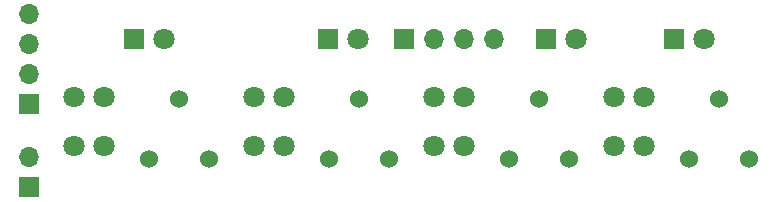
<source format=gbr>
%TF.GenerationSoftware,KiCad,Pcbnew,8.0.5*%
%TF.CreationDate,2024-10-09T02:46:16+09:00*%
%TF.ProjectId,LT,4c542e6b-6963-4616-945f-706362585858,rev?*%
%TF.SameCoordinates,Original*%
%TF.FileFunction,Soldermask,Bot*%
%TF.FilePolarity,Negative*%
%FSLAX46Y46*%
G04 Gerber Fmt 4.6, Leading zero omitted, Abs format (unit mm)*
G04 Created by KiCad (PCBNEW 8.0.5) date 2024-10-09 02:46:16*
%MOMM*%
%LPD*%
G01*
G04 APERTURE LIST*
%ADD10R,1.800000X1.800000*%
%ADD11C,1.800000*%
%ADD12C,1.524000*%
%ADD13O,1.700000X1.700000*%
%ADD14R,1.700000X1.700000*%
G04 APERTURE END LIST*
D10*
%TO.C,D2*%
X41270000Y-19195000D03*
D11*
X43810000Y-19195000D03*
%TD*%
D12*
%TO.C,R4*%
X41347500Y-29355000D03*
X46427500Y-29355000D03*
X43887500Y-24275000D03*
%TD*%
D13*
%TO.C,J2*%
X15875000Y-17135000D03*
X15875000Y-19675000D03*
X15875000Y-22215000D03*
D14*
X15875000Y-24755000D03*
%TD*%
D13*
%TO.C,J1*%
X55317500Y-19195000D03*
X52777500Y-19195000D03*
X50237500Y-19195000D03*
D14*
X47697500Y-19195000D03*
%TD*%
D12*
%TO.C,R2*%
X26107500Y-29355000D03*
X31187500Y-29355000D03*
X28647500Y-24275000D03*
%TD*%
D11*
%TO.C,D1*%
X27377500Y-19195000D03*
D10*
X24837500Y-19195000D03*
%TD*%
D12*
%TO.C,R8*%
X71827500Y-29355000D03*
X76907500Y-29355000D03*
X74367500Y-24275000D03*
%TD*%
%TO.C,R7*%
X56587500Y-29355000D03*
X61667500Y-29355000D03*
X59127500Y-24275000D03*
%TD*%
D13*
%TO.C,J3*%
X15875000Y-29215000D03*
D14*
X15875000Y-31755000D03*
%TD*%
D10*
%TO.C,D4*%
X70485000Y-19195000D03*
D11*
X73025000Y-19195000D03*
%TD*%
%TO.C,D3*%
X62225000Y-19195000D03*
D10*
X59685000Y-19195000D03*
%TD*%
D11*
%TO.C,U6*%
X68017500Y-24130000D03*
X65477500Y-24130000D03*
X68017500Y-28230000D03*
X65477500Y-28230000D03*
%TD*%
%TO.C,U1*%
X22297500Y-24130000D03*
X19757500Y-24130000D03*
X22297500Y-28230000D03*
X19757500Y-28230000D03*
%TD*%
%TO.C,U4*%
X37537500Y-24130000D03*
X34997500Y-24130000D03*
X37537500Y-28230000D03*
X34997500Y-28230000D03*
%TD*%
%TO.C,U5*%
X52777500Y-24130000D03*
X50237500Y-24130000D03*
X52777500Y-28230000D03*
X50237500Y-28230000D03*
%TD*%
M02*

</source>
